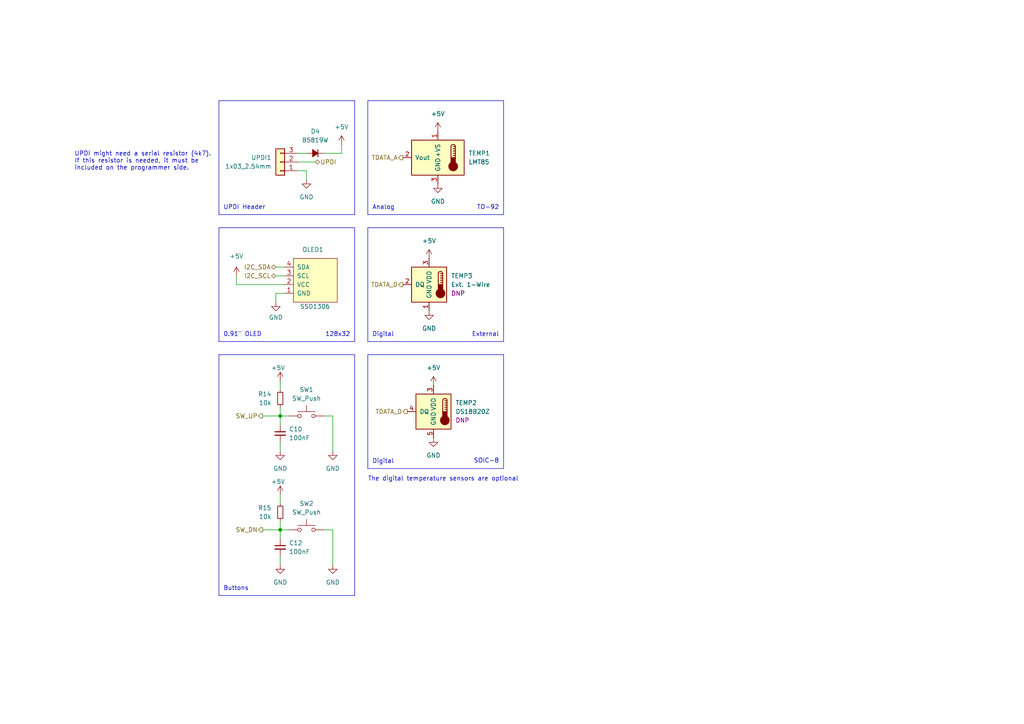
<source format=kicad_sch>
(kicad_sch (version 20230121) (generator eeschema)
  (paper "A4")
  (lib_symbols
    (symbol "Connector_Generic:Conn_01x03" (pin_names (offset 1.016) hide)
      (property "Reference" "J" (at 0 5.08 0))
      (property "Value" "Conn_01x03" (at 0 -5.08 0))
      (symbol "Conn_01x03_1_1"
        (rectangle (start -1.27 -2.413) (end 0 -2.667) (stroke (width 0.1524)))
        (rectangle (start -1.27 0.127) (end 0 -0.127) (stroke (width 0.1524)))
        (rectangle (start -1.27 2.667) (end 0 2.413) (stroke (width 0.1524)))
        (rectangle (start -1.27 3.81) (end 1.27 -3.81) (stroke (width 0.254)) (fill (type background)))
        (pin passive line (at -5.08 2.54 0) (length 3.81) (name "Pin_1") (number "1"))
        (pin passive line (at -5.08 0 0) (length 3.81) (name "Pin_2") (number "2"))
        (pin passive line (at -5.08 -2.54 0) (length 3.81) (name "Pin_3") (number "3"))
      )
    )
    (symbol "Device:C_Small" (pin_numbers hide) (pin_names (offset 0.254) hide)
      (property "Reference" "C" (at 0.254 1.778 0))
      (property "Value" "C_Small" (at 0.254 -2.032 0))
      (symbol "C_Small_0_1"
        (polyline (pts (xy -1.524 -0.508) (xy 1.524 -0.508)) (stroke (width 0.3302)))
        (polyline (pts (xy -1.524 0.508) (xy 1.524 0.508)) (stroke (width 0.3048)))
      )
      (symbol "C_Small_1_1"
        (pin passive line (at 0 2.54 270) (length 2.032) (name "~") (number "1"))
        (pin passive line (at 0 -2.54 90) (length 2.032) (name "~") (number "2"))
      )
    )
    (symbol "Device:D_Small_Filled" (pin_numbers hide) (pin_names (offset 0.254) hide)
      (property "Reference" "D" (at -1.27 2.032 0))
      (property "Value" "D_Small_Filled" (at -3.81 -2.032 0))
      (symbol "D_Small_Filled_0_1"
        (polyline (pts (xy -0.762 -1.016) (xy -0.762 1.016)) (stroke (width 0.254)))
        (polyline (pts (xy -0.762 0) (xy 0.762 0)))
        (polyline (pts (xy 0.762 -1.016) (xy -0.762 0) (xy 0.762 1.016) (xy 0.762 -1.016)) (stroke (width 0.254)) (fill (type outline)))
      )
      (symbol "D_Small_Filled_1_1"
        (pin passive line (at -2.54 0 0) (length 1.778) (name "K") (number "1"))
        (pin passive line (at 2.54 0 180) (length 1.778) (name "A") (number "2"))
      )
    )
    (symbol "Device:R_Small" (pin_numbers hide) (pin_names (offset 0.254) hide)
      (property "Reference" "R" (at 0.762 0.508 0))
      (property "Value" "R_Small" (at 0.762 -1.016 0))
      (symbol "R_Small_0_1"
        (rectangle (start -0.762 1.778) (end 0.762 -1.778) (stroke (width 0.2032)))
      )
      (symbol "R_Small_1_1"
        (pin passive line (at 0 2.54 270) (length 0.762) (name "~") (number "1"))
        (pin passive line (at 0 -2.54 90) (length 0.762) (name "~") (number "2"))
      )
    )
    (symbol "OLED SSD1306:SSD1306" (pin_names (offset 1.016))
      (property "Reference" "Brd" (at 0 -3.81 0))
      (property "Value" "SSD1306" (at 0 -1.27 0))
      (symbol "SSD1306_0_1"
        (rectangle (start -6.35 6.35) (end 6.35 -6.35) (fill (type background)))
      )
      (symbol "SSD1306_1_1"
        (pin input line (at -3.81 8.89 270) (length 2.54) (name "GND") (number "1"))
        (pin input line (at -1.27 8.89 270) (length 2.54) (name "VCC") (number "2"))
        (pin input line (at 1.27 8.89 270) (length 2.54) (name "SCL") (number "3"))
        (pin input line (at 3.81 8.89 270) (length 2.54) (name "SDA") (number "4"))
      )
    )
    (symbol "Sensor_Temperature:DS18B20" (pin_names (offset 1.016))
      (property "Reference" "U" (at -3.81 6.35 0))
      (property "Value" "DS18B20" (at 6.35 6.35 0))
      (symbol "DS18B20_0_1"
        (rectangle (start -5.08 5.08) (end 5.08 -5.08) (stroke (width 0.254)) (fill (type background)))
        (circle (center -3.302 -2.54) (radius 1.27) (stroke (width 0.254)) (fill (type outline)))
        (rectangle (start -2.667 -1.905) (end -3.937 0) (stroke (width 0.254)) (fill (type outline)))
        (arc (start -2.667 3.175) (mid -3.302 3.8073) (end -3.937 3.175) (stroke (width 0.254)))
        (polyline (pts (xy -3.937 0.635) (xy -3.302 0.635)) (stroke (width 0.254)))
        (polyline (pts (xy -3.937 1.27) (xy -3.302 1.27)) (stroke (width 0.254)))
        (polyline (pts (xy -3.937 1.905) (xy -3.302 1.905)) (stroke (width 0.254)))
        (polyline (pts (xy -3.937 2.54) (xy -3.302 2.54)) (stroke (width 0.254)))
        (polyline (pts (xy -3.937 3.175) (xy -3.937 0)) (stroke (width 0.254)))
        (polyline (pts (xy -3.937 3.175) (xy -3.302 3.175)) (stroke (width 0.254)))
        (polyline (pts (xy -2.667 3.175) (xy -2.667 0)) (stroke (width 0.254)))
      )
      (symbol "DS18B20_1_1"
        (pin power_in line (at 0 -7.62 90) (length 2.54) (name "GND") (number "1"))
        (pin bidirectional line (at 7.62 0 180) (length 2.54) (name "DQ") (number "2"))
        (pin power_in line (at 0 7.62 270) (length 2.54) (name "VDD") (number "3"))
      )
    )
    (symbol "Sensor_Temperature:DS18B20Z" (pin_names (offset 1.016))
      (property "Reference" "U" (at -3.81 6.35 0))
      (property "Value" "DS18B20Z" (at 5.08 6.35 0))
      (symbol "DS18B20Z_0_1"
        (rectangle (start -5.08 5.08) (end 5.08 -5.08) (stroke (width 0.254)) (fill (type background)))
        (circle (center -3.302 -2.54) (radius 1.27) (stroke (width 0.254)) (fill (type outline)))
        (rectangle (start -2.667 -1.905) (end -3.937 0) (stroke (width 0.254)) (fill (type outline)))
        (arc (start -2.667 3.175) (mid -3.302 3.8073) (end -3.937 3.175) (stroke (width 0.254)))
        (polyline (pts (xy -3.937 0.635) (xy -3.302 0.635)) (stroke (width 0.254)))
        (polyline (pts (xy -3.937 1.27) (xy -3.302 1.27)) (stroke (width 0.254)))
        (polyline (pts (xy -3.937 1.905) (xy -3.302 1.905)) (stroke (width 0.254)))
        (polyline (pts (xy -3.937 2.54) (xy -3.302 2.54)) (stroke (width 0.254)))
        (polyline (pts (xy -3.937 3.175) (xy -3.937 0)) (stroke (width 0.254)))
        (polyline (pts (xy -3.937 3.175) (xy -3.302 3.175)) (stroke (width 0.254)))
        (polyline (pts (xy -2.667 3.175) (xy -2.667 0)) (stroke (width 0.254)))
      )
      (symbol "DS18B20Z_1_1"
        (pin no_connect line (at -7.62 2.54 0) (length 2.54) hide (name "NC") (number "1"))
        (pin no_connect line (at -7.62 0 0) (length 2.54) hide (name "NC") (number "2"))
        (pin power_in line (at 0 7.62 270) (length 2.54) (name "VDD") (number "3"))
        (pin bidirectional line (at 7.62 0 180) (length 2.54) (name "DQ") (number "4"))
        (pin power_in line (at 0 -7.62 90) (length 2.54) (name "GND") (number "5"))
        (pin no_connect line (at -7.62 -2.54 0) (length 2.54) hide (name "NC") (number "6"))
        (pin no_connect line (at 7.62 2.54 180) (length 2.54) hide (name "NC") (number "7"))
        (pin no_connect line (at 7.62 -2.54 180) (length 2.54) hide (name "NC") (number "8"))
      )
    )
    (symbol "Sensor_Temperature:LM35-LP" (pin_names (offset 1.016))
      (property "Reference" "U" (at -6.35 6.35 0))
      (property "Value" "LM35-LP" (at 1.27 6.35 0))
      (symbol "LM35-LP_0_1"
        (rectangle (start -7.62 5.08) (end 7.62 -5.08) (stroke (width 0.254)) (fill (type background)))
        (circle (center -4.445 -2.54) (radius 1.27) (stroke (width 0.254)) (fill (type outline)))
        (rectangle (start -3.81 -1.905) (end -5.08 0) (stroke (width 0.254)) (fill (type outline)))
        (arc (start -3.81 3.175) (mid -4.445 3.8073) (end -5.08 3.175) (stroke (width 0.254)))
        (polyline (pts (xy -5.08 0.635) (xy -4.445 0.635)) (stroke (width 0.254)))
        (polyline (pts (xy -5.08 1.27) (xy -4.445 1.27)) (stroke (width 0.254)))
        (polyline (pts (xy -5.08 1.905) (xy -4.445 1.905)) (stroke (width 0.254)))
        (polyline (pts (xy -5.08 2.54) (xy -4.445 2.54)) (stroke (width 0.254)))
        (polyline (pts (xy -5.08 3.175) (xy -5.08 0)) (stroke (width 0.254)))
        (polyline (pts (xy -5.08 3.175) (xy -4.445 3.175)) (stroke (width 0.254)))
        (polyline (pts (xy -3.81 3.175) (xy -3.81 0)) (stroke (width 0.254)))
      )
      (symbol "LM35-LP_1_1"
        (pin power_in line (at 0 7.62 270) (length 2.54) (name "+VS") (number "1"))
        (pin output line (at 10.16 0 180) (length 2.54) (name "Vout") (number "2"))
        (pin power_in line (at 0 -7.62 90) (length 2.54) (name "GND") (number "3"))
      )
    )
    (symbol "Switch:SW_Push" (pin_numbers hide) (pin_names (offset 1.016) hide)
      (property "Reference" "SW" (at 1.27 2.54 0))
      (property "Value" "SW_Push" (at 0 -1.524 0))
      (symbol "SW_Push_0_1"
        (circle (center -2.032 0) (radius 0.508))
        (polyline (pts (xy 0 1.27) (xy 0 3.048)))
        (polyline (pts (xy 2.54 1.27) (xy -2.54 1.27)))
        (circle (center 2.032 0) (radius 0.508))
        (pin passive line (at -5.08 0 0) (length 2.54) (name "1") (number "1"))
        (pin passive line (at 5.08 0 180) (length 2.54) (name "2") (number "2"))
      )
    )
    (symbol "power:+5V" (power) (pin_names (offset 0))
      (property "Value" "+5V" (at 0 3.556 0))
      (symbol "+5V_0_1"
        (polyline (pts (xy -0.762 1.27) (xy 0 2.54)))
        (polyline (pts (xy 0 0) (xy 0 2.54)))
        (polyline (pts (xy 0 2.54) (xy 0.762 1.27)))
      )
      (symbol "+5V_1_1"
        (pin power_in line (at 0 0 90) (length 0) hide (name "+5V") (number "1"))
      )
    )
    (symbol "power:GND" (power) (pin_names (offset 0))
      (property "Value" "GND" (at 0 -3.81 0))
      (symbol "GND_0_1"
        (polyline (pts (xy 0 0) (xy 0 -1.27) (xy 1.27 -1.27) (xy 0 -2.54) (xy -1.27 -1.27) (xy 0 -1.27)))
      )
      (symbol "GND_1_1"
        (pin power_in line (at 0 0 270) (length 0) hide (name "GND") (number "1"))
      )
    )
  )
  (junction (at 81.28 120.65))
  (junction (at 81.28 153.67))
  (wire (pts (xy 83.82 153.67) (xy 81.28 153.67)))
  (wire (pts (xy 81.28 163.83) (xy 81.28 161.29)))
  (wire (pts (xy 86.36 46.99) (xy 91.44 46.99)))
  (polyline (pts (xy 106.68 62.23) (xy 106.68 29.21)))
  (polyline (pts (xy 146.05 29.21) (xy 146.05 62.23)))
  (wire (pts (xy 76.2 120.65) (xy 81.28 120.65)))
  (wire (pts (xy 68.58 80.01) (xy 68.58 82.55)))
  (polyline (pts (xy 106.68 99.06) (xy 106.68 66.04)))
  (wire (pts (xy 86.36 49.53) (xy 88.9 49.53)))
  (wire (pts (xy 86.36 44.45) (xy 88.9 44.45)))
  (wire (pts (xy 99.06 44.45) (xy 99.06 41.91)))
  (wire (pts (xy 88.9 49.53) (xy 88.9 52.07)))
  (wire (pts (xy 96.52 120.65) (xy 93.98 120.65)))
  (polyline (pts (xy 63.5 29.21) (xy 102.87 29.21)))
  (wire (pts (xy 80.01 80.01) (xy 82.55 80.01)))
  (wire (pts (xy 80.01 85.09) (xy 82.55 85.09)))
  (polyline (pts (xy 146.05 135.89) (xy 106.68 135.89)))
  (wire (pts (xy 83.82 120.65) (xy 81.28 120.65)))
  (polyline (pts (xy 102.87 102.87) (xy 102.87 172.72)))
  (wire (pts (xy 81.28 153.67) (xy 81.28 156.21)))
  (polyline (pts (xy 146.05 62.23) (xy 106.68 62.23)))
  (polyline (pts (xy 63.5 66.04) (xy 102.87 66.04)))
  (polyline (pts (xy 102.87 29.21) (xy 102.87 62.23)))
  (polyline (pts (xy 102.87 172.72) (xy 63.5 172.72)))
  (wire (pts (xy 81.28 118.11) (xy 81.28 120.65)))
  (polyline (pts (xy 102.87 66.04) (xy 102.87 99.06)))
  (polyline (pts (xy 63.5 99.06) (xy 63.5 66.04)))
  (wire (pts (xy 81.28 110.49) (xy 81.28 113.03)))
  (polyline (pts (xy 106.68 135.89) (xy 106.68 102.87)))
  (wire (pts (xy 81.28 143.51) (xy 81.28 146.05)))
  (polyline (pts (xy 146.05 102.87) (xy 146.05 135.89)))
  (wire (pts (xy 80.01 77.47) (xy 82.55 77.47)))
  (polyline (pts (xy 63.5 102.87) (xy 102.87 102.87)))
  (polyline (pts (xy 146.05 99.06) (xy 106.68 99.06)))
  (wire (pts (xy 68.58 82.55) (xy 82.55 82.55)))
  (polyline (pts (xy 102.87 62.23) (xy 63.5 62.23)))
  (polyline (pts (xy 106.68 29.21) (xy 146.05 29.21)))
  (polyline (pts (xy 102.87 99.06) (xy 63.5 99.06)))
  (wire (pts (xy 81.28 130.81) (xy 81.28 128.27)))
  (polyline (pts (xy 106.68 66.04) (xy 146.05 66.04)))
  (wire (pts (xy 96.52 153.67) (xy 93.98 153.67)))
  (polyline (pts (xy 106.68 102.87) (xy 146.05 102.87)))
  (polyline (pts (xy 146.05 66.04) (xy 146.05 99.06)))
  (wire (pts (xy 93.98 44.45) (xy 99.06 44.45)))
  (wire (pts (xy 96.52 153.67) (xy 96.52 163.83)))
  (polyline (pts (xy 63.5 62.23) (xy 63.5 29.21)))
  (wire (pts (xy 81.28 151.13) (xy 81.28 153.67)))
  (wire (pts (xy 76.2 153.67) (xy 81.28 153.67)))
  (polyline (pts (xy 63.5 172.72) (xy 63.5 102.87)))
  (wire (pts (xy 80.01 87.63) (xy 80.01 85.09)))
  (wire (pts (xy 81.28 120.65) (xy 81.28 123.19)))
  (wire (pts (xy 96.52 120.65) (xy 96.52 130.81)))
  (text "SOIC-8" (at 144.78 134.4966 0) (effects (font (size 1.27 1.27)) (justify right bottom)))
  (text "Digital" (at 107.95 97.79 0) (effects (font (size 1.27 1.27)) (justify left bottom)))
  (text "UPDI Header\n" (at 64.77 60.96 0) (effects (font (size 1.27 1.27)) (justify left bottom)))
  (text "128x32" (at 101.6 97.79 0) (effects (font (size 1.27 1.27)) (justify right bottom)))
  (text "Analog" (at 107.95 60.96 0) (effects (font (size 1.27 1.27)) (justify left bottom)))
  (text "TO-92" (at 144.78 60.96 0) (effects (font (size 1.27 1.27)) (justify right bottom)))
  (text "0.91\" OLED\n" (at 64.77 97.79 0) (effects (font (size 1.27 1.27)) (justify left bottom)))
  (text "The digital temperature sensors are optional" (at 106.68 139.7 0) (effects (font (size 1.27 1.27)) (justify left bottom)))
  (text "Digital" (at 107.95 134.62 0) (effects (font (size 1.27 1.27)) (justify left bottom)))
  (text "Buttons" (at 64.77 171.45 0) (effects (font (size 1.27 1.27)) (justify left bottom)))
  (text "UPDI might need a serial resistor (4k7).\nIf this resistor is needed, it must be\nincluded on the programmer side." (at 21.59 49.53 0) (effects (font (size 1.27 1.27)) (justify left bottom)))
  (text "External" (at 144.78 97.79 0) (effects (font (size 1.27 1.27)) (justify right bottom)))
  (hierarchical_label "UPDI" (shape bidirectional) (at 91.44 46.99 0))
  (hierarchical_label "TDATA_D" (shape output) (at 116.84 82.55 180))
  (hierarchical_label "SW_UP" (shape output) (at 76.2 120.65 180))
  (hierarchical_label "TDATA_A" (shape output) (at 116.84 45.72 180))
  (hierarchical_label "I2C_SCL" (shape bidirectional) (at 80.01 80.01 180))
  (hierarchical_label "TDATA_D" (shape output) (at 118.11 119.38 180))
  (hierarchical_label "SW_DN" (shape output) (at 76.2 153.67 180))
  (hierarchical_label "I2C_SDA" (shape bidirectional) (at 80.01 77.47 180))
  (symbol (lib_id "OLED SSD1306:SSD1306") (at 91.44 81.28 90) (unit 1)
    (property "Reference" "OLED1" (at 87.63 72.39 90) (effects (justify right)))
    (property "Value" "SSD1306" (at 86.995 88.9 90) (effects (justify right)))
    (property "Footprint" "User:0.91Inch-OLED-Module" (effects hide))
    (property "Information" "buy actual OLED module else where, check pinout: GND, VDD, SCL, SDA" (effects hide))
    (property "LCSC Part Number" "C2718488" (effects hide))
    (property "LCSC Part Number Alternative" "C225501" (effects hide))
  )
  (symbol (lib_id "power:+5V") (at 127 38.1 0) (mirror y) (unit 1)
    (property "Reference" "#PWR0115" (effects hide))
    (property "Value" "+5V" (at 127 33.02 0))
  )
  (symbol (lib_id "power:GND") (at 96.52 130.81 0) (unit 1)
    (property "Reference" "#PWR0122" (effects hide))
    (property "Value" "GND" (at 96.52 135.89 0))
  )
  (symbol (lib_id "power:GND") (at 124.46 90.17 0) (unit 1)
    (property "Reference" "#PWR0124" (effects hide))
    (property "Value" "GND" (at 124.46 95.25 0))
  )
  (symbol (lib_id "Sensor_Temperature:DS18B20") (at 124.46 82.55 0) (mirror y) (unit 1)
    (property "Reference" "TEMP3" (at 130.81 80.0099 0) (effects (justify right)))
    (property "Value" "Ext. 1-Wire" (at 130.81 82.5499 0) (effects (justify right)))
    (property "Footprint" "Connector_PinHeader_2.54mm:PinHeader_1x03_P2.54mm_Vertical" (effects hide))
    (property "Datasheet" "http://datasheets.maximintegrated.com/en/ds/DS18B20.pdf" (effects hide))
    (property "Assembly" "DNP" (at 130.81 85.0899 0) (effects (justify right)))
    (property "Information" "DNP, do not solder this header, just push the header in (friction fit)" (effects hide))
  )
  (symbol (lib_id "Device:C_Small") (at 81.28 125.73 0) (unit 1)
    (property "Reference" "C10" (at 83.82 124.4662 0) (effects (justify left)))
    (property "Value" "100nF" (at 83.82 127.0062 0) (effects (justify left)))
    (property "Footprint" "Capacitor_SMD:C_0805_2012Metric" (effects hide))
    (property "Information" "X7R" (effects hide))
    (property "LCSC Part Number" "C1711" (effects hide))
    (property "LCSC Part Number Alternative" "C49678" (effects hide))
  )
  (symbol (lib_id "Sensor_Temperature:DS18B20Z") (at 125.73 119.38 0) (mirror y) (unit 1)
    (property "Reference" "TEMP2" (at 132.08 116.8399 0) (effects (justify right)))
    (property "Value" "DS18B20Z" (at 132.08 119.3799 0) (effects (justify right)))
    (property "Footprint" "Package_SO:SOIC-8_3.9x4.9mm_P1.27mm" (effects hide))
    (property "LCSC Part Number" "C695837" (effects hide))
    (property "LCSC Part Number Alternative" "C97190" (effects hide))
    (property "Assembly" "DNP" (at 132.08 121.9199 0) (effects (justify right)))
    (property "Information" "DNP" (effects hide))
  )
  (symbol (lib_id "power:+5V") (at 81.28 110.49 0) (unit 1)
    (property "Reference" "#PWR0119" (effects hide))
    (property "Value" "+5V" (at 80.645 106.68 0))
  )
  (symbol (lib_id "power:+5V") (at 125.73 111.76 0) (unit 1)
    (property "Reference" "#PWR0113" (effects hide))
    (property "Value" "+5V" (at 125.73 106.68 0))
  )
  (symbol (lib_id "Switch:SW_Push") (at 88.9 153.67 0) (unit 1)
    (property "Reference" "SW2" (at 88.9 146.05 0))
    (property "Value" "SW_Push" (at 88.9 148.59 0))
    (property "Footprint" "Button_Switch_THT:SW_PUSH_6mm" (effects hide))
    (property "LCSC Part Number" "C93151" (effects hide))
  )
  (symbol (lib_id "power:+5V") (at 81.28 143.51 0) (unit 1)
    (property "Reference" "#PWR0121" (effects hide))
    (property "Value" "+5V" (at 80.645 139.7 0))
  )
  (symbol (lib_id "Device:D_Small_Filled") (at 91.44 44.45 180) (unit 1)
    (property "Reference" "D4" (at 91.44 38.1 0))
    (property "Value" "B5819W" (at 91.44 40.64 0))
    (property "Footprint" "Diode_SMD:D_SOD-123" (effects hide))
    (property "LCSC Part Number" "C64885" (effects hide))
    (property "LCSC Part Number Alternative" "C109213" (effects hide))
  )
  (symbol (lib_id "power:+5V") (at 99.06 41.91 0) (unit 1)
    (property "Reference" "#PWR0127" (effects hide))
    (property "Value" "+5V" (at 99.06 36.83 0))
  )
  (symbol (lib_id "Connector_Generic:Conn_01x03") (at 81.28 46.99 180) (unit 1)
    (property "Reference" "UPDI1" (at 78.74 45.7199 0) (effects (justify left)))
    (property "Value" "1x03_2.54mm" (at 78.74 48.2599 0) (effects (justify left)))
    (property "Footprint" "Connector_PinHeader_2.54mm:PinHeader_1x03_P2.54mm_Vertical" (effects hide))
    (property "LCSC Part Number" "C49257" (effects hide))
    (property "LCSC Part Number Alternative" "C429954" (effects hide))
    (property "Information" "do not solder this header, just push the header in (friction fit)" (effects hide))
    (property "Assembly" "DNP" (effects hide))
  )
  (symbol (lib_id "power:GND") (at 125.73 127 0) (unit 1)
    (property "Reference" "#PWR0116" (effects hide))
    (property "Value" "GND" (at 125.73 132.08 0))
  )
  (symbol (lib_id "power:GND") (at 81.28 130.81 0) (unit 1)
    (property "Reference" "#PWR0136" (effects hide))
    (property "Value" "GND" (at 81.28 135.89 0))
  )
  (symbol (lib_id "Device:R_Small") (at 81.28 148.59 180) (unit 1)
    (property "Reference" "R15" (at 78.74 147.3199 0) (effects (justify left)))
    (property "Value" "10k" (at 78.74 149.8599 0) (effects (justify left)))
    (property "Footprint" "Resistor_SMD:R_0805_2012Metric" (effects hide))
    (property "Information" "1%" (effects hide))
    (property "LCSC Part Number" "C17414" (effects hide))
    (property "LCSC Part Number Alternative" "C84376" (effects hide))
  )
  (symbol (lib_id "power:GND") (at 127 53.34 0) (unit 1)
    (property "Reference" "#PWR0104" (effects hide))
    (property "Value" "GND" (at 127 58.42 0))
  )
  (symbol (lib_id "power:GND") (at 96.52 163.83 0) (unit 1)
    (property "Reference" "#PWR0117" (effects hide))
    (property "Value" "GND" (at 96.52 168.91 0))
  )
  (symbol (lib_id "power:GND") (at 80.01 87.63 0) (unit 1)
    (property "Reference" "#PWR0125" (effects hide))
    (property "Value" "GND" (at 80.01 92.075 0))
  )
  (symbol (lib_id "Device:C_Small") (at 81.28 158.75 0) (unit 1)
    (property "Reference" "C12" (at 83.82 157.4862 0) (effects (justify left)))
    (property "Value" "100nF" (at 83.82 160.0262 0) (effects (justify left)))
    (property "Footprint" "Capacitor_SMD:C_0805_2012Metric" (effects hide))
    (property "Information" "X7R" (effects hide))
    (property "LCSC Part Number" "C1711" (effects hide))
    (property "LCSC Part Number Alternative" "C49678" (effects hide))
  )
  (symbol (lib_id "power:+5V") (at 68.58 80.01 0) (unit 1)
    (property "Reference" "#PWR0123" (effects hide))
    (property "Value" "+5V" (at 68.58 74.295 0))
  )
  (symbol (lib_id "power:GND") (at 81.28 163.83 0) (unit 1)
    (property "Reference" "#PWR0118" (effects hide))
    (property "Value" "GND" (at 81.28 168.91 0))
  )
  (symbol (lib_id "Device:R_Small") (at 81.28 115.57 180) (unit 1)
    (property "Reference" "R14" (at 78.74 114.2999 0) (effects (justify left)))
    (property "Value" "10k" (at 78.74 116.8399 0) (effects (justify left)))
    (property "Footprint" "Resistor_SMD:R_0805_2012Metric" (effects hide))
    (property "Information" "1%" (effects hide))
    (property "LCSC Part Number" "C17414" (effects hide))
    (property "LCSC Part Number Alternative" "C84376" (effects hide))
  )
  (symbol (lib_id "Switch:SW_Push") (at 88.9 120.65 0) (unit 1)
    (property "Reference" "SW1" (at 88.9 113.03 0))
    (property "Value" "SW_Push" (at 88.9 115.57 0))
    (property "Footprint" "Button_Switch_THT:SW_PUSH_6mm" (effects hide))
    (property "LCSC Part Number" "C93151" (effects hide))
  )
  (symbol (lib_id "power:+5V") (at 124.46 74.93 0) (mirror y) (unit 1)
    (property "Reference" "#PWR0114" (effects hide))
    (property "Value" "+5V" (at 124.46 69.85 0))
  )
  (symbol (lib_id "Sensor_Temperature:LM35-LP") (at 127 45.72 0) (mirror y) (unit 1)
    (property "Reference" "TEMP1" (at 135.89 44.4499 0) (effects (justify right)))
    (property "Value" "LMT85" (at 135.89 46.9899 0) (effects (justify right)))
    (property "Footprint" "Package_TO_SOT_THT:TO-92_Inline" (effects hide))
    (property "LCSC Part Number" "C75856" (effects hide))
  )
  (symbol (lib_id "power:GND") (at 88.9 52.07 0) (unit 1)
    (property "Reference" "#PWR0126" (effects hide))
    (property "Value" "GND" (at 88.9 57.15 0))
  )
)
</source>
